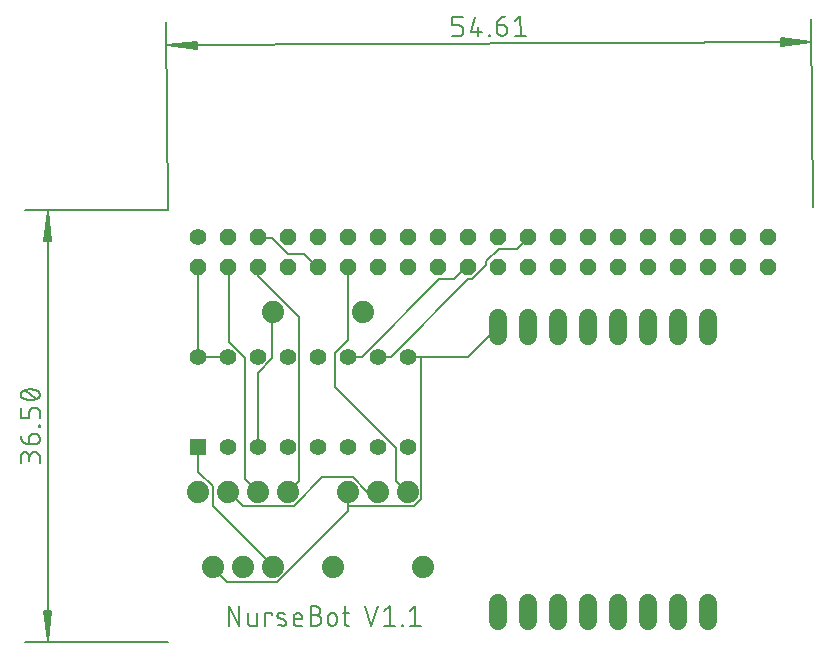
<source format=gbr>
G04 EAGLE Gerber RS-274X export*
G75*
%MOMM*%
%FSLAX34Y34*%
%LPD*%
%INTop Copper*%
%IPPOS*%
%AMOC8*
5,1,8,0,0,1.08239X$1,22.5*%
G01*
%ADD10C,0.130000*%
%ADD11C,0.152400*%
%ADD12C,1.524000*%
%ADD13C,1.879600*%
%ADD14C,1.422400*%
%ADD15P,1.539592X8X22.500000*%
%ADD16R,1.408000X1.408000*%
%ADD17C,1.408000*%


D10*
X0Y1000000D02*
X-962Y1159195D01*
X545138Y1162495D02*
X546100Y1003300D01*
X544606Y1142991D02*
X-194Y1139699D01*
X25136Y1143044D01*
X25175Y1136660D01*
X-194Y1139699D01*
X25148Y1141152D01*
X25163Y1138552D02*
X-194Y1139699D01*
X25140Y1142452D01*
X25171Y1137252D02*
X-194Y1139699D01*
X519237Y1146030D02*
X544606Y1142991D01*
X519237Y1146030D02*
X519276Y1139645D01*
X544606Y1142991D01*
X519248Y1144138D01*
X519264Y1141538D02*
X544606Y1142991D01*
X519241Y1145438D01*
X519272Y1140238D02*
X544606Y1142991D01*
D11*
X246526Y1147703D02*
X241108Y1147665D01*
X246526Y1147703D02*
X246644Y1147706D01*
X246762Y1147712D01*
X246880Y1147723D01*
X246997Y1147737D01*
X247114Y1147755D01*
X247230Y1147777D01*
X247346Y1147803D01*
X247460Y1147833D01*
X247574Y1147866D01*
X247686Y1147903D01*
X247797Y1147943D01*
X247907Y1147988D01*
X248015Y1148035D01*
X248121Y1148087D01*
X248226Y1148141D01*
X248329Y1148200D01*
X248430Y1148261D01*
X248529Y1148326D01*
X248625Y1148394D01*
X248720Y1148465D01*
X248812Y1148539D01*
X248901Y1148616D01*
X248988Y1148696D01*
X249073Y1148779D01*
X249154Y1148864D01*
X249233Y1148952D01*
X249309Y1149043D01*
X249382Y1149136D01*
X249452Y1149232D01*
X249518Y1149329D01*
X249582Y1149429D01*
X249642Y1149531D01*
X249698Y1149635D01*
X249752Y1149740D01*
X249801Y1149847D01*
X249848Y1149956D01*
X249890Y1150066D01*
X249929Y1150178D01*
X249965Y1150291D01*
X249996Y1150405D01*
X250024Y1150519D01*
X250048Y1150635D01*
X250069Y1150752D01*
X250085Y1150869D01*
X250098Y1150986D01*
X250107Y1151104D01*
X250112Y1151222D01*
X250113Y1151340D01*
X250101Y1153146D01*
X250100Y1153146D02*
X250097Y1153264D01*
X250091Y1153382D01*
X250080Y1153500D01*
X250066Y1153617D01*
X250048Y1153734D01*
X250026Y1153850D01*
X250000Y1153966D01*
X249970Y1154080D01*
X249937Y1154194D01*
X249900Y1154306D01*
X249860Y1154417D01*
X249815Y1154527D01*
X249768Y1154635D01*
X249716Y1154741D01*
X249662Y1154846D01*
X249603Y1154949D01*
X249542Y1155050D01*
X249477Y1155149D01*
X249409Y1155245D01*
X249338Y1155340D01*
X249264Y1155432D01*
X249187Y1155521D01*
X249107Y1155608D01*
X249024Y1155693D01*
X248939Y1155774D01*
X248851Y1155853D01*
X248760Y1155929D01*
X248667Y1156002D01*
X248571Y1156072D01*
X248474Y1156138D01*
X248374Y1156202D01*
X248272Y1156262D01*
X248168Y1156318D01*
X248063Y1156372D01*
X247956Y1156421D01*
X247847Y1156468D01*
X247737Y1156510D01*
X247625Y1156549D01*
X247512Y1156585D01*
X247398Y1156616D01*
X247284Y1156644D01*
X247168Y1156668D01*
X247051Y1156689D01*
X246934Y1156705D01*
X246817Y1156718D01*
X246699Y1156727D01*
X246581Y1156732D01*
X246463Y1156733D01*
X241045Y1156696D01*
X240994Y1163920D01*
X250025Y1163983D01*
X260237Y1164055D02*
X256713Y1151386D01*
X265744Y1151449D01*
X263010Y1155043D02*
X263060Y1147818D01*
X271744Y1147879D02*
X271738Y1148782D01*
X272641Y1148788D01*
X272647Y1147885D01*
X271744Y1147879D01*
X278558Y1156957D02*
X283977Y1156995D01*
X284095Y1156994D01*
X284213Y1156989D01*
X284331Y1156980D01*
X284448Y1156967D01*
X284565Y1156951D01*
X284682Y1156930D01*
X284798Y1156906D01*
X284912Y1156878D01*
X285026Y1156847D01*
X285139Y1156811D01*
X285251Y1156772D01*
X285361Y1156730D01*
X285470Y1156683D01*
X285577Y1156634D01*
X285682Y1156580D01*
X285786Y1156524D01*
X285888Y1156464D01*
X285988Y1156400D01*
X286085Y1156334D01*
X286181Y1156264D01*
X286274Y1156191D01*
X286365Y1156115D01*
X286453Y1156036D01*
X286538Y1155955D01*
X286621Y1155870D01*
X286701Y1155783D01*
X286778Y1155694D01*
X286852Y1155602D01*
X286923Y1155507D01*
X286991Y1155411D01*
X287056Y1155312D01*
X287117Y1155211D01*
X287176Y1155108D01*
X287230Y1155003D01*
X287282Y1154897D01*
X287329Y1154789D01*
X287374Y1154679D01*
X287414Y1154568D01*
X287451Y1154456D01*
X287484Y1154342D01*
X287514Y1154228D01*
X287540Y1154112D01*
X287562Y1153996D01*
X287580Y1153879D01*
X287594Y1153762D01*
X287605Y1153644D01*
X287611Y1153526D01*
X287614Y1153408D01*
X287615Y1153408D02*
X287621Y1152505D01*
X287621Y1152506D02*
X287620Y1152373D01*
X287615Y1152240D01*
X287606Y1152108D01*
X287593Y1151976D01*
X287577Y1151845D01*
X287557Y1151714D01*
X287532Y1151583D01*
X287504Y1151454D01*
X287472Y1151325D01*
X287437Y1151197D01*
X287397Y1151071D01*
X287354Y1150945D01*
X287308Y1150821D01*
X287257Y1150699D01*
X287203Y1150577D01*
X287146Y1150458D01*
X287085Y1150340D01*
X287021Y1150224D01*
X286953Y1150110D01*
X286882Y1149998D01*
X286808Y1149888D01*
X286730Y1149781D01*
X286649Y1149676D01*
X286566Y1149573D01*
X286479Y1149472D01*
X286390Y1149375D01*
X286297Y1149280D01*
X286202Y1149187D01*
X286104Y1149098D01*
X286004Y1149011D01*
X285901Y1148928D01*
X285796Y1148847D01*
X285688Y1148770D01*
X285578Y1148695D01*
X285466Y1148624D01*
X285352Y1148557D01*
X285236Y1148492D01*
X285118Y1148432D01*
X284999Y1148374D01*
X284878Y1148320D01*
X284755Y1148270D01*
X284631Y1148224D01*
X284505Y1148181D01*
X284379Y1148141D01*
X284251Y1148106D01*
X284122Y1148074D01*
X283993Y1148046D01*
X283862Y1148022D01*
X283731Y1148002D01*
X283600Y1147985D01*
X283468Y1147973D01*
X283335Y1147964D01*
X283203Y1147959D01*
X283070Y1147958D01*
X282938Y1147961D01*
X282805Y1147968D01*
X282673Y1147979D01*
X282541Y1147993D01*
X282410Y1148012D01*
X282279Y1148034D01*
X282149Y1148060D01*
X282020Y1148090D01*
X281892Y1148124D01*
X281765Y1148161D01*
X281639Y1148203D01*
X281514Y1148248D01*
X281391Y1148296D01*
X281269Y1148348D01*
X281148Y1148404D01*
X281030Y1148463D01*
X280913Y1148526D01*
X280798Y1148592D01*
X280685Y1148661D01*
X280574Y1148734D01*
X280465Y1148810D01*
X280359Y1148889D01*
X280255Y1148971D01*
X280153Y1149056D01*
X280054Y1149144D01*
X279958Y1149235D01*
X279864Y1149329D01*
X279773Y1149426D01*
X279685Y1149525D01*
X279600Y1149626D01*
X279518Y1149731D01*
X279439Y1149837D01*
X279363Y1149946D01*
X279290Y1150057D01*
X279221Y1150170D01*
X279155Y1150285D01*
X279093Y1150402D01*
X279033Y1150520D01*
X278978Y1150641D01*
X278926Y1150763D01*
X278877Y1150886D01*
X278833Y1151011D01*
X278791Y1151137D01*
X278754Y1151264D01*
X278720Y1151392D01*
X278691Y1151522D01*
X278665Y1151652D01*
X278642Y1151782D01*
X278624Y1151914D01*
X278609Y1152045D01*
X278599Y1152178D01*
X278592Y1152310D01*
X278589Y1152442D01*
X278590Y1152442D02*
X278558Y1156957D01*
X278558Y1156958D02*
X278559Y1157135D01*
X278564Y1157312D01*
X278574Y1157489D01*
X278588Y1157666D01*
X278606Y1157842D01*
X278629Y1158018D01*
X278656Y1158193D01*
X278687Y1158368D01*
X278723Y1158542D01*
X278762Y1158715D01*
X278806Y1158886D01*
X278855Y1159057D01*
X278907Y1159226D01*
X278964Y1159394D01*
X279024Y1159561D01*
X279089Y1159726D01*
X279158Y1159890D01*
X279230Y1160051D01*
X279307Y1160211D01*
X279387Y1160369D01*
X279472Y1160525D01*
X279560Y1160679D01*
X279652Y1160831D01*
X279748Y1160980D01*
X279847Y1161127D01*
X279950Y1161271D01*
X280056Y1161413D01*
X280166Y1161552D01*
X280279Y1161689D01*
X280396Y1161823D01*
X280516Y1161953D01*
X280639Y1162081D01*
X280765Y1162206D01*
X280894Y1162327D01*
X281026Y1162446D01*
X281161Y1162561D01*
X281298Y1162673D01*
X281439Y1162781D01*
X281582Y1162886D01*
X281727Y1162987D01*
X281875Y1163085D01*
X282025Y1163179D01*
X282178Y1163269D01*
X282333Y1163356D01*
X282490Y1163439D01*
X282648Y1163518D01*
X282809Y1163593D01*
X282972Y1163664D01*
X283136Y1163731D01*
X283301Y1163793D01*
X283469Y1163852D01*
X283637Y1163907D01*
X283807Y1163958D01*
X283979Y1164004D01*
X284151Y1164046D01*
X284324Y1164084D01*
X284498Y1164118D01*
X284673Y1164147D01*
X284848Y1164172D01*
X285025Y1164193D01*
X285201Y1164210D01*
X285378Y1164222D01*
X285555Y1164229D01*
X285732Y1164233D01*
X294164Y1160679D02*
X298654Y1164323D01*
X298768Y1148067D01*
X303283Y1148099D02*
X294252Y1148036D01*
D10*
X0Y1000000D02*
X-121100Y1000000D01*
X-121100Y635000D02*
X0Y635000D01*
X-101600Y635650D02*
X-101600Y999350D01*
X-104792Y974000D01*
X-98408Y974000D01*
X-101600Y999350D01*
X-102900Y974000D01*
X-100300Y974000D02*
X-101600Y999350D01*
X-104200Y974000D01*
X-99000Y974000D02*
X-101600Y999350D01*
X-104792Y661000D02*
X-101600Y635650D01*
X-104792Y661000D02*
X-98408Y661000D01*
X-101600Y635650D01*
X-102900Y661000D01*
X-100300Y661000D02*
X-101600Y635650D01*
X-104200Y661000D01*
X-99000Y661000D02*
X-101600Y635650D01*
D11*
X-108107Y786441D02*
X-108107Y790957D01*
X-108109Y791090D01*
X-108115Y791222D01*
X-108125Y791354D01*
X-108138Y791486D01*
X-108156Y791618D01*
X-108177Y791748D01*
X-108202Y791879D01*
X-108231Y792008D01*
X-108264Y792136D01*
X-108300Y792264D01*
X-108340Y792390D01*
X-108384Y792515D01*
X-108432Y792639D01*
X-108483Y792761D01*
X-108538Y792882D01*
X-108596Y793001D01*
X-108658Y793119D01*
X-108723Y793234D01*
X-108792Y793348D01*
X-108863Y793459D01*
X-108939Y793568D01*
X-109017Y793675D01*
X-109098Y793780D01*
X-109183Y793882D01*
X-109270Y793982D01*
X-109360Y794079D01*
X-109453Y794174D01*
X-109549Y794265D01*
X-109647Y794354D01*
X-109748Y794440D01*
X-109852Y794523D01*
X-109958Y794603D01*
X-110066Y794679D01*
X-110176Y794753D01*
X-110289Y794823D01*
X-110403Y794890D01*
X-110520Y794953D01*
X-110638Y795013D01*
X-110758Y795070D01*
X-110880Y795123D01*
X-111003Y795172D01*
X-111127Y795218D01*
X-111253Y795260D01*
X-111380Y795298D01*
X-111508Y795333D01*
X-111637Y795364D01*
X-111766Y795391D01*
X-111897Y795414D01*
X-112028Y795434D01*
X-112160Y795449D01*
X-112292Y795461D01*
X-112424Y795469D01*
X-112557Y795473D01*
X-112689Y795473D01*
X-112822Y795469D01*
X-112954Y795461D01*
X-113086Y795449D01*
X-113218Y795434D01*
X-113349Y795414D01*
X-113480Y795391D01*
X-113609Y795364D01*
X-113738Y795333D01*
X-113866Y795298D01*
X-113993Y795260D01*
X-114119Y795218D01*
X-114243Y795172D01*
X-114366Y795123D01*
X-114488Y795070D01*
X-114608Y795013D01*
X-114726Y794953D01*
X-114843Y794890D01*
X-114957Y794823D01*
X-115070Y794753D01*
X-115180Y794679D01*
X-115288Y794603D01*
X-115394Y794523D01*
X-115498Y794440D01*
X-115599Y794354D01*
X-115697Y794265D01*
X-115793Y794174D01*
X-115886Y794079D01*
X-115976Y793982D01*
X-116063Y793882D01*
X-116148Y793780D01*
X-116229Y793675D01*
X-116307Y793568D01*
X-116383Y793459D01*
X-116454Y793348D01*
X-116523Y793234D01*
X-116588Y793119D01*
X-116650Y793001D01*
X-116708Y792882D01*
X-116763Y792761D01*
X-116814Y792639D01*
X-116862Y792515D01*
X-116906Y792390D01*
X-116946Y792264D01*
X-116982Y792136D01*
X-117015Y792008D01*
X-117044Y791879D01*
X-117069Y791748D01*
X-117090Y791618D01*
X-117108Y791486D01*
X-117121Y791354D01*
X-117131Y791222D01*
X-117137Y791090D01*
X-117139Y790957D01*
X-124363Y791860D02*
X-124363Y786441D01*
X-124363Y791860D02*
X-124361Y791979D01*
X-124355Y792099D01*
X-124345Y792218D01*
X-124331Y792336D01*
X-124314Y792455D01*
X-124292Y792572D01*
X-124267Y792689D01*
X-124237Y792804D01*
X-124204Y792919D01*
X-124167Y793033D01*
X-124127Y793145D01*
X-124082Y793256D01*
X-124034Y793365D01*
X-123983Y793473D01*
X-123928Y793579D01*
X-123869Y793683D01*
X-123807Y793785D01*
X-123742Y793885D01*
X-123673Y793983D01*
X-123601Y794079D01*
X-123526Y794172D01*
X-123449Y794262D01*
X-123368Y794350D01*
X-123284Y794435D01*
X-123197Y794517D01*
X-123108Y794597D01*
X-123016Y794673D01*
X-122922Y794747D01*
X-122825Y794817D01*
X-122727Y794884D01*
X-122626Y794948D01*
X-122522Y795008D01*
X-122417Y795065D01*
X-122310Y795118D01*
X-122202Y795168D01*
X-122092Y795214D01*
X-121980Y795256D01*
X-121867Y795295D01*
X-121753Y795330D01*
X-121638Y795361D01*
X-121521Y795389D01*
X-121404Y795412D01*
X-121287Y795432D01*
X-121168Y795448D01*
X-121049Y795460D01*
X-120930Y795468D01*
X-120811Y795472D01*
X-120691Y795472D01*
X-120572Y795468D01*
X-120453Y795460D01*
X-120334Y795448D01*
X-120215Y795432D01*
X-120098Y795412D01*
X-119981Y795389D01*
X-119864Y795361D01*
X-119749Y795330D01*
X-119635Y795295D01*
X-119522Y795256D01*
X-119410Y795214D01*
X-119300Y795168D01*
X-119192Y795118D01*
X-119085Y795065D01*
X-118980Y795008D01*
X-118876Y794948D01*
X-118775Y794884D01*
X-118677Y794817D01*
X-118580Y794747D01*
X-118486Y794673D01*
X-118394Y794597D01*
X-118305Y794517D01*
X-118218Y794435D01*
X-118134Y794350D01*
X-118053Y794262D01*
X-117976Y794172D01*
X-117901Y794079D01*
X-117829Y793983D01*
X-117760Y793885D01*
X-117695Y793785D01*
X-117633Y793683D01*
X-117574Y793579D01*
X-117519Y793473D01*
X-117468Y793365D01*
X-117420Y793256D01*
X-117375Y793145D01*
X-117335Y793033D01*
X-117298Y792919D01*
X-117265Y792804D01*
X-117235Y792689D01*
X-117210Y792572D01*
X-117188Y792455D01*
X-117171Y792336D01*
X-117157Y792218D01*
X-117147Y792099D01*
X-117141Y791979D01*
X-117139Y791860D01*
X-117138Y791860D02*
X-117138Y788248D01*
X-117138Y802073D02*
X-117138Y807491D01*
X-117136Y807609D01*
X-117130Y807727D01*
X-117121Y807845D01*
X-117107Y807962D01*
X-117090Y808079D01*
X-117069Y808196D01*
X-117044Y808311D01*
X-117015Y808426D01*
X-116982Y808540D01*
X-116946Y808652D01*
X-116906Y808763D01*
X-116863Y808873D01*
X-116816Y808982D01*
X-116766Y809089D01*
X-116711Y809194D01*
X-116654Y809297D01*
X-116593Y809398D01*
X-116529Y809498D01*
X-116462Y809595D01*
X-116392Y809690D01*
X-116318Y809782D01*
X-116242Y809873D01*
X-116162Y809960D01*
X-116080Y810045D01*
X-115995Y810127D01*
X-115908Y810207D01*
X-115817Y810283D01*
X-115725Y810357D01*
X-115630Y810427D01*
X-115533Y810494D01*
X-115433Y810558D01*
X-115332Y810619D01*
X-115229Y810676D01*
X-115124Y810731D01*
X-115017Y810781D01*
X-114908Y810828D01*
X-114798Y810871D01*
X-114687Y810911D01*
X-114575Y810947D01*
X-114461Y810980D01*
X-114346Y811009D01*
X-114231Y811034D01*
X-114114Y811055D01*
X-113997Y811072D01*
X-113880Y811086D01*
X-113762Y811095D01*
X-113644Y811101D01*
X-113526Y811103D01*
X-113526Y811104D02*
X-112623Y811104D01*
X-112490Y811102D01*
X-112358Y811096D01*
X-112226Y811086D01*
X-112094Y811073D01*
X-111962Y811055D01*
X-111832Y811034D01*
X-111701Y811009D01*
X-111572Y810980D01*
X-111444Y810947D01*
X-111316Y810911D01*
X-111190Y810871D01*
X-111065Y810827D01*
X-110941Y810779D01*
X-110819Y810728D01*
X-110698Y810673D01*
X-110579Y810615D01*
X-110461Y810553D01*
X-110346Y810488D01*
X-110232Y810419D01*
X-110121Y810348D01*
X-110012Y810272D01*
X-109905Y810194D01*
X-109800Y810113D01*
X-109698Y810028D01*
X-109598Y809941D01*
X-109501Y809851D01*
X-109406Y809758D01*
X-109315Y809662D01*
X-109226Y809564D01*
X-109140Y809463D01*
X-109057Y809359D01*
X-108977Y809253D01*
X-108901Y809145D01*
X-108827Y809035D01*
X-108757Y808922D01*
X-108690Y808808D01*
X-108627Y808691D01*
X-108567Y808573D01*
X-108510Y808453D01*
X-108457Y808331D01*
X-108408Y808208D01*
X-108362Y808084D01*
X-108320Y807958D01*
X-108282Y807831D01*
X-108247Y807703D01*
X-108216Y807574D01*
X-108189Y807445D01*
X-108166Y807314D01*
X-108146Y807183D01*
X-108131Y807051D01*
X-108119Y806919D01*
X-108111Y806787D01*
X-108107Y806654D01*
X-108107Y806522D01*
X-108111Y806389D01*
X-108119Y806257D01*
X-108131Y806125D01*
X-108146Y805993D01*
X-108166Y805862D01*
X-108189Y805731D01*
X-108216Y805602D01*
X-108247Y805473D01*
X-108282Y805345D01*
X-108320Y805218D01*
X-108362Y805092D01*
X-108408Y804968D01*
X-108457Y804845D01*
X-108510Y804723D01*
X-108567Y804603D01*
X-108627Y804485D01*
X-108690Y804368D01*
X-108757Y804254D01*
X-108827Y804141D01*
X-108901Y804031D01*
X-108977Y803923D01*
X-109057Y803817D01*
X-109140Y803713D01*
X-109226Y803612D01*
X-109315Y803514D01*
X-109406Y803418D01*
X-109501Y803325D01*
X-109598Y803235D01*
X-109698Y803148D01*
X-109800Y803063D01*
X-109905Y802982D01*
X-110012Y802904D01*
X-110121Y802828D01*
X-110232Y802757D01*
X-110346Y802688D01*
X-110461Y802623D01*
X-110579Y802561D01*
X-110698Y802503D01*
X-110819Y802448D01*
X-110941Y802397D01*
X-111065Y802349D01*
X-111190Y802305D01*
X-111316Y802265D01*
X-111444Y802229D01*
X-111572Y802196D01*
X-111701Y802167D01*
X-111832Y802142D01*
X-111962Y802121D01*
X-112094Y802103D01*
X-112226Y802090D01*
X-112358Y802080D01*
X-112490Y802074D01*
X-112623Y802072D01*
X-112623Y802073D02*
X-117138Y802073D01*
X-117138Y802072D02*
X-117313Y802074D01*
X-117487Y802080D01*
X-117661Y802091D01*
X-117835Y802106D01*
X-118009Y802125D01*
X-118182Y802148D01*
X-118354Y802175D01*
X-118526Y802207D01*
X-118697Y802242D01*
X-118867Y802282D01*
X-119036Y802326D01*
X-119204Y802374D01*
X-119371Y802426D01*
X-119536Y802482D01*
X-119700Y802542D01*
X-119863Y802605D01*
X-120023Y802673D01*
X-120183Y802745D01*
X-120340Y802820D01*
X-120496Y802900D01*
X-120649Y802983D01*
X-120801Y803069D01*
X-120950Y803160D01*
X-121097Y803254D01*
X-121242Y803351D01*
X-121385Y803452D01*
X-121525Y803556D01*
X-121662Y803664D01*
X-121797Y803775D01*
X-121929Y803889D01*
X-122058Y804006D01*
X-122185Y804127D01*
X-122308Y804250D01*
X-122429Y804377D01*
X-122546Y804506D01*
X-122660Y804638D01*
X-122771Y804773D01*
X-122879Y804910D01*
X-122983Y805050D01*
X-123084Y805193D01*
X-123181Y805338D01*
X-123275Y805485D01*
X-123366Y805634D01*
X-123452Y805786D01*
X-123535Y805939D01*
X-123615Y806095D01*
X-123690Y806252D01*
X-123762Y806412D01*
X-123830Y806572D01*
X-123893Y806735D01*
X-123953Y806899D01*
X-124009Y807064D01*
X-124061Y807231D01*
X-124109Y807399D01*
X-124153Y807568D01*
X-124193Y807738D01*
X-124228Y807909D01*
X-124260Y808081D01*
X-124287Y808253D01*
X-124310Y808426D01*
X-124329Y808600D01*
X-124344Y808774D01*
X-124355Y808948D01*
X-124361Y809122D01*
X-124363Y809297D01*
X-109010Y817078D02*
X-108107Y817078D01*
X-109010Y817078D02*
X-109010Y817981D01*
X-108107Y817981D01*
X-108107Y817078D01*
X-108107Y823956D02*
X-108107Y829375D01*
X-108109Y829493D01*
X-108115Y829611D01*
X-108124Y829729D01*
X-108138Y829846D01*
X-108155Y829963D01*
X-108176Y830080D01*
X-108201Y830195D01*
X-108230Y830310D01*
X-108263Y830424D01*
X-108299Y830536D01*
X-108339Y830647D01*
X-108382Y830757D01*
X-108429Y830866D01*
X-108479Y830973D01*
X-108534Y831078D01*
X-108591Y831181D01*
X-108652Y831282D01*
X-108716Y831382D01*
X-108783Y831479D01*
X-108853Y831574D01*
X-108927Y831666D01*
X-109003Y831757D01*
X-109083Y831844D01*
X-109165Y831929D01*
X-109250Y832011D01*
X-109337Y832091D01*
X-109428Y832167D01*
X-109520Y832241D01*
X-109615Y832311D01*
X-109712Y832378D01*
X-109812Y832442D01*
X-109913Y832503D01*
X-110016Y832560D01*
X-110121Y832615D01*
X-110228Y832665D01*
X-110337Y832712D01*
X-110447Y832755D01*
X-110558Y832795D01*
X-110670Y832831D01*
X-110784Y832864D01*
X-110899Y832893D01*
X-111014Y832918D01*
X-111131Y832939D01*
X-111248Y832956D01*
X-111365Y832970D01*
X-111483Y832979D01*
X-111601Y832985D01*
X-111719Y832987D01*
X-113526Y832987D01*
X-113644Y832985D01*
X-113762Y832979D01*
X-113880Y832970D01*
X-113997Y832956D01*
X-114114Y832939D01*
X-114231Y832918D01*
X-114346Y832893D01*
X-114461Y832864D01*
X-114575Y832831D01*
X-114687Y832795D01*
X-114798Y832755D01*
X-114908Y832712D01*
X-115017Y832665D01*
X-115124Y832615D01*
X-115229Y832560D01*
X-115332Y832503D01*
X-115433Y832442D01*
X-115533Y832378D01*
X-115630Y832311D01*
X-115725Y832241D01*
X-115817Y832167D01*
X-115908Y832091D01*
X-115995Y832011D01*
X-116080Y831929D01*
X-116162Y831844D01*
X-116242Y831757D01*
X-116318Y831666D01*
X-116392Y831574D01*
X-116462Y831479D01*
X-116529Y831382D01*
X-116593Y831282D01*
X-116654Y831181D01*
X-116711Y831078D01*
X-116766Y830973D01*
X-116816Y830866D01*
X-116863Y830757D01*
X-116906Y830647D01*
X-116946Y830536D01*
X-116982Y830424D01*
X-117015Y830310D01*
X-117044Y830195D01*
X-117069Y830080D01*
X-117090Y829963D01*
X-117107Y829846D01*
X-117121Y829729D01*
X-117130Y829611D01*
X-117136Y829493D01*
X-117138Y829375D01*
X-117138Y823956D01*
X-124363Y823956D01*
X-124363Y832987D01*
X-122105Y840943D02*
X-121816Y840806D01*
X-121524Y840676D01*
X-121228Y840553D01*
X-120930Y840438D01*
X-120629Y840329D01*
X-120326Y840228D01*
X-120020Y840134D01*
X-119713Y840047D01*
X-119403Y839968D01*
X-119091Y839896D01*
X-118778Y839832D01*
X-118463Y839775D01*
X-118147Y839725D01*
X-117830Y839683D01*
X-117512Y839649D01*
X-117194Y839622D01*
X-116874Y839603D01*
X-116555Y839592D01*
X-116235Y839588D01*
X-122106Y840942D02*
X-122214Y840981D01*
X-122321Y841024D01*
X-122426Y841070D01*
X-122530Y841121D01*
X-122632Y841174D01*
X-122732Y841231D01*
X-122830Y841292D01*
X-122925Y841356D01*
X-123019Y841423D01*
X-123110Y841494D01*
X-123199Y841567D01*
X-123285Y841644D01*
X-123368Y841723D01*
X-123449Y841805D01*
X-123527Y841890D01*
X-123601Y841978D01*
X-123673Y842068D01*
X-123741Y842160D01*
X-123807Y842255D01*
X-123869Y842352D01*
X-123927Y842451D01*
X-123983Y842553D01*
X-124034Y842655D01*
X-124082Y842760D01*
X-124127Y842866D01*
X-124168Y842974D01*
X-124205Y843083D01*
X-124238Y843193D01*
X-124267Y843305D01*
X-124293Y843417D01*
X-124315Y843530D01*
X-124332Y843644D01*
X-124346Y843758D01*
X-124356Y843873D01*
X-124362Y843988D01*
X-124364Y844103D01*
X-124363Y844103D02*
X-124361Y844218D01*
X-124355Y844333D01*
X-124345Y844448D01*
X-124331Y844562D01*
X-124314Y844676D01*
X-124292Y844789D01*
X-124266Y844901D01*
X-124237Y845013D01*
X-124204Y845123D01*
X-124167Y845232D01*
X-124126Y845340D01*
X-124081Y845446D01*
X-124033Y845551D01*
X-123982Y845653D01*
X-123926Y845754D01*
X-123868Y845854D01*
X-123806Y845951D01*
X-123741Y846045D01*
X-123672Y846138D01*
X-123600Y846228D01*
X-123526Y846316D01*
X-123448Y846401D01*
X-123367Y846483D01*
X-123284Y846562D01*
X-123198Y846639D01*
X-123109Y846712D01*
X-123018Y846783D01*
X-122924Y846850D01*
X-122829Y846914D01*
X-122731Y846975D01*
X-122631Y847032D01*
X-122529Y847085D01*
X-122425Y847136D01*
X-122320Y847182D01*
X-122213Y847225D01*
X-122105Y847264D01*
X-122105Y847263D02*
X-121816Y847400D01*
X-121524Y847530D01*
X-121228Y847653D01*
X-120930Y847768D01*
X-120629Y847877D01*
X-120326Y847978D01*
X-120020Y848072D01*
X-119713Y848159D01*
X-119403Y848238D01*
X-119091Y848310D01*
X-118778Y848374D01*
X-118463Y848431D01*
X-118147Y848481D01*
X-117830Y848523D01*
X-117512Y848557D01*
X-117194Y848584D01*
X-116874Y848603D01*
X-116555Y848614D01*
X-116235Y848618D01*
X-116235Y839588D02*
X-115915Y839592D01*
X-115596Y839603D01*
X-115276Y839622D01*
X-114958Y839649D01*
X-114640Y839683D01*
X-114323Y839725D01*
X-114007Y839775D01*
X-113692Y839832D01*
X-113379Y839896D01*
X-113067Y839968D01*
X-112757Y840047D01*
X-112450Y840134D01*
X-112144Y840228D01*
X-111841Y840329D01*
X-111540Y840438D01*
X-111242Y840553D01*
X-110946Y840676D01*
X-110654Y840806D01*
X-110365Y840943D01*
X-110365Y840942D02*
X-110257Y840981D01*
X-110150Y841024D01*
X-110045Y841070D01*
X-109941Y841121D01*
X-109839Y841174D01*
X-109739Y841231D01*
X-109641Y841292D01*
X-109546Y841356D01*
X-109452Y841423D01*
X-109361Y841494D01*
X-109272Y841567D01*
X-109186Y841644D01*
X-109103Y841723D01*
X-109022Y841805D01*
X-108944Y841890D01*
X-108870Y841978D01*
X-108798Y842068D01*
X-108729Y842161D01*
X-108664Y842255D01*
X-108602Y842352D01*
X-108544Y842452D01*
X-108488Y842553D01*
X-108437Y842655D01*
X-108389Y842760D01*
X-108344Y842866D01*
X-108303Y842974D01*
X-108266Y843083D01*
X-108233Y843193D01*
X-108204Y843305D01*
X-108178Y843417D01*
X-108156Y843530D01*
X-108139Y843644D01*
X-108125Y843758D01*
X-108115Y843873D01*
X-108109Y843988D01*
X-108107Y844103D01*
X-110365Y847263D02*
X-110654Y847400D01*
X-110946Y847530D01*
X-111242Y847653D01*
X-111540Y847768D01*
X-111841Y847877D01*
X-112144Y847978D01*
X-112450Y848072D01*
X-112757Y848159D01*
X-113067Y848238D01*
X-113379Y848310D01*
X-113692Y848374D01*
X-114007Y848431D01*
X-114323Y848481D01*
X-114640Y848523D01*
X-114958Y848557D01*
X-115276Y848584D01*
X-115596Y848603D01*
X-115915Y848614D01*
X-116235Y848618D01*
X-110365Y847264D02*
X-110257Y847225D01*
X-110150Y847182D01*
X-110045Y847136D01*
X-109941Y847085D01*
X-109839Y847032D01*
X-109739Y846975D01*
X-109641Y846914D01*
X-109546Y846850D01*
X-109452Y846783D01*
X-109361Y846712D01*
X-109272Y846639D01*
X-109186Y846562D01*
X-109103Y846483D01*
X-109022Y846401D01*
X-108944Y846316D01*
X-108870Y846228D01*
X-108798Y846138D01*
X-108729Y846045D01*
X-108664Y845951D01*
X-108602Y845854D01*
X-108544Y845754D01*
X-108488Y845653D01*
X-108437Y845550D01*
X-108389Y845446D01*
X-108344Y845340D01*
X-108303Y845232D01*
X-108266Y845123D01*
X-108233Y845013D01*
X-108204Y844901D01*
X-108178Y844789D01*
X-108156Y844676D01*
X-108139Y844562D01*
X-108125Y844448D01*
X-108115Y844333D01*
X-108109Y844218D01*
X-108107Y844103D01*
X-111719Y840491D02*
X-120751Y847715D01*
X51562Y664718D02*
X51562Y648462D01*
X60593Y648462D02*
X51562Y664718D01*
X60593Y664718D02*
X60593Y648462D01*
X68096Y651171D02*
X68096Y659299D01*
X68097Y651171D02*
X68099Y651070D01*
X68105Y650969D01*
X68114Y650868D01*
X68127Y650767D01*
X68144Y650667D01*
X68165Y650568D01*
X68189Y650470D01*
X68217Y650373D01*
X68249Y650276D01*
X68284Y650181D01*
X68323Y650088D01*
X68365Y649996D01*
X68411Y649905D01*
X68460Y649817D01*
X68512Y649730D01*
X68568Y649645D01*
X68626Y649562D01*
X68688Y649482D01*
X68753Y649404D01*
X68820Y649328D01*
X68890Y649255D01*
X68963Y649185D01*
X69039Y649118D01*
X69117Y649053D01*
X69197Y648991D01*
X69280Y648933D01*
X69365Y648877D01*
X69452Y648825D01*
X69540Y648776D01*
X69631Y648730D01*
X69723Y648688D01*
X69816Y648649D01*
X69911Y648614D01*
X70008Y648582D01*
X70105Y648554D01*
X70203Y648530D01*
X70302Y648509D01*
X70402Y648492D01*
X70503Y648479D01*
X70604Y648470D01*
X70705Y648464D01*
X70806Y648462D01*
X75321Y648462D01*
X75321Y659299D01*
X82770Y659299D02*
X82770Y648462D01*
X82770Y659299D02*
X88189Y659299D01*
X88189Y657493D01*
X94461Y654784D02*
X98976Y652978D01*
X94461Y654784D02*
X94373Y654821D01*
X94287Y654862D01*
X94202Y654906D01*
X94119Y654954D01*
X94039Y655005D01*
X93960Y655059D01*
X93884Y655117D01*
X93810Y655177D01*
X93738Y655241D01*
X93670Y655307D01*
X93604Y655377D01*
X93541Y655448D01*
X93480Y655523D01*
X93423Y655599D01*
X93370Y655678D01*
X93319Y655759D01*
X93272Y655842D01*
X93228Y655927D01*
X93188Y656014D01*
X93151Y656102D01*
X93118Y656192D01*
X93088Y656283D01*
X93063Y656375D01*
X93041Y656468D01*
X93023Y656562D01*
X93008Y656656D01*
X92998Y656751D01*
X92992Y656847D01*
X92989Y656942D01*
X92990Y657038D01*
X92996Y657133D01*
X93005Y657229D01*
X93018Y657323D01*
X93034Y657417D01*
X93055Y657511D01*
X93080Y657603D01*
X93108Y657694D01*
X93140Y657784D01*
X93175Y657873D01*
X93214Y657960D01*
X93257Y658046D01*
X93303Y658130D01*
X93353Y658211D01*
X93405Y658291D01*
X93461Y658369D01*
X93521Y658444D01*
X93583Y658516D01*
X93648Y658586D01*
X93716Y658654D01*
X93786Y658718D01*
X93859Y658780D01*
X93935Y658838D01*
X94013Y658894D01*
X94093Y658946D01*
X94175Y658995D01*
X94259Y659040D01*
X94345Y659082D01*
X94432Y659121D01*
X94521Y659156D01*
X94612Y659187D01*
X94703Y659214D01*
X94796Y659238D01*
X94889Y659258D01*
X94983Y659274D01*
X95078Y659286D01*
X95173Y659295D01*
X95269Y659299D01*
X95364Y659300D01*
X95611Y659293D01*
X95857Y659281D01*
X96103Y659263D01*
X96349Y659238D01*
X96593Y659208D01*
X96837Y659172D01*
X97080Y659131D01*
X97322Y659083D01*
X97563Y659029D01*
X97802Y658970D01*
X98040Y658905D01*
X98276Y658834D01*
X98511Y658758D01*
X98744Y658676D01*
X98974Y658588D01*
X99202Y658495D01*
X99429Y658397D01*
X98977Y652977D02*
X99065Y652940D01*
X99151Y652899D01*
X99236Y652855D01*
X99319Y652807D01*
X99399Y652756D01*
X99478Y652702D01*
X99554Y652644D01*
X99628Y652584D01*
X99700Y652520D01*
X99768Y652454D01*
X99834Y652384D01*
X99897Y652313D01*
X99958Y652238D01*
X100015Y652162D01*
X100068Y652083D01*
X100119Y652002D01*
X100166Y651919D01*
X100210Y651834D01*
X100250Y651747D01*
X100287Y651659D01*
X100320Y651569D01*
X100350Y651478D01*
X100375Y651386D01*
X100397Y651293D01*
X100415Y651199D01*
X100430Y651105D01*
X100440Y651010D01*
X100446Y650914D01*
X100449Y650819D01*
X100448Y650723D01*
X100442Y650628D01*
X100433Y650532D01*
X100420Y650438D01*
X100404Y650344D01*
X100383Y650250D01*
X100358Y650158D01*
X100330Y650067D01*
X100298Y649977D01*
X100263Y649888D01*
X100224Y649801D01*
X100181Y649715D01*
X100135Y649631D01*
X100085Y649550D01*
X100033Y649470D01*
X99977Y649392D01*
X99917Y649317D01*
X99855Y649245D01*
X99790Y649175D01*
X99722Y649107D01*
X99652Y649043D01*
X99579Y648981D01*
X99503Y648923D01*
X99425Y648867D01*
X99345Y648815D01*
X99263Y648766D01*
X99179Y648721D01*
X99093Y648679D01*
X99006Y648640D01*
X98917Y648605D01*
X98826Y648574D01*
X98735Y648547D01*
X98642Y648523D01*
X98549Y648503D01*
X98455Y648487D01*
X98360Y648475D01*
X98265Y648466D01*
X98169Y648462D01*
X98074Y648461D01*
X98073Y648462D02*
X97711Y648471D01*
X97349Y648489D01*
X96988Y648516D01*
X96628Y648551D01*
X96268Y648594D01*
X95909Y648646D01*
X95552Y648707D01*
X95197Y648776D01*
X94843Y648853D01*
X94491Y648939D01*
X94141Y649033D01*
X93793Y649136D01*
X93448Y649246D01*
X93106Y649365D01*
X109363Y648462D02*
X113878Y648462D01*
X109363Y648462D02*
X109262Y648464D01*
X109161Y648470D01*
X109060Y648479D01*
X108959Y648492D01*
X108859Y648509D01*
X108760Y648530D01*
X108662Y648554D01*
X108565Y648582D01*
X108468Y648614D01*
X108373Y648649D01*
X108280Y648688D01*
X108188Y648730D01*
X108097Y648776D01*
X108009Y648825D01*
X107922Y648877D01*
X107837Y648933D01*
X107754Y648991D01*
X107674Y649053D01*
X107596Y649118D01*
X107520Y649185D01*
X107447Y649255D01*
X107377Y649328D01*
X107310Y649404D01*
X107245Y649482D01*
X107183Y649562D01*
X107125Y649645D01*
X107069Y649730D01*
X107017Y649817D01*
X106968Y649905D01*
X106922Y649996D01*
X106880Y650088D01*
X106841Y650181D01*
X106806Y650276D01*
X106774Y650373D01*
X106746Y650470D01*
X106722Y650568D01*
X106701Y650667D01*
X106684Y650767D01*
X106671Y650868D01*
X106662Y650969D01*
X106656Y651070D01*
X106654Y651171D01*
X106653Y651171D02*
X106653Y655687D01*
X106654Y655687D02*
X106656Y655806D01*
X106662Y655926D01*
X106672Y656045D01*
X106686Y656163D01*
X106703Y656282D01*
X106725Y656399D01*
X106750Y656516D01*
X106780Y656631D01*
X106813Y656746D01*
X106850Y656860D01*
X106890Y656972D01*
X106935Y657083D01*
X106983Y657192D01*
X107034Y657300D01*
X107089Y657406D01*
X107148Y657510D01*
X107210Y657612D01*
X107275Y657712D01*
X107344Y657810D01*
X107416Y657906D01*
X107491Y657999D01*
X107568Y658089D01*
X107649Y658177D01*
X107733Y658262D01*
X107820Y658344D01*
X107909Y658424D01*
X108001Y658500D01*
X108095Y658574D01*
X108192Y658644D01*
X108290Y658711D01*
X108391Y658775D01*
X108495Y658835D01*
X108600Y658892D01*
X108707Y658945D01*
X108815Y658995D01*
X108925Y659041D01*
X109037Y659083D01*
X109150Y659122D01*
X109264Y659157D01*
X109379Y659188D01*
X109496Y659216D01*
X109613Y659239D01*
X109730Y659259D01*
X109849Y659275D01*
X109968Y659287D01*
X110087Y659295D01*
X110206Y659299D01*
X110326Y659299D01*
X110445Y659295D01*
X110564Y659287D01*
X110683Y659275D01*
X110802Y659259D01*
X110919Y659239D01*
X111036Y659216D01*
X111153Y659188D01*
X111268Y659157D01*
X111382Y659122D01*
X111495Y659083D01*
X111607Y659041D01*
X111717Y658995D01*
X111825Y658945D01*
X111932Y658892D01*
X112037Y658835D01*
X112141Y658775D01*
X112242Y658711D01*
X112340Y658644D01*
X112437Y658574D01*
X112531Y658500D01*
X112623Y658424D01*
X112712Y658344D01*
X112799Y658262D01*
X112883Y658177D01*
X112964Y658089D01*
X113041Y657999D01*
X113116Y657906D01*
X113188Y657810D01*
X113257Y657712D01*
X113322Y657612D01*
X113384Y657510D01*
X113443Y657406D01*
X113498Y657300D01*
X113549Y657192D01*
X113597Y657083D01*
X113642Y656972D01*
X113682Y656860D01*
X113719Y656746D01*
X113752Y656631D01*
X113782Y656516D01*
X113807Y656399D01*
X113829Y656282D01*
X113846Y656163D01*
X113860Y656045D01*
X113870Y655926D01*
X113876Y655806D01*
X113878Y655687D01*
X113878Y653881D01*
X106653Y653881D01*
X121071Y657493D02*
X125587Y657493D01*
X125587Y657494D02*
X125720Y657492D01*
X125852Y657486D01*
X125984Y657476D01*
X126116Y657463D01*
X126248Y657445D01*
X126378Y657424D01*
X126509Y657399D01*
X126638Y657370D01*
X126766Y657337D01*
X126894Y657301D01*
X127020Y657261D01*
X127145Y657217D01*
X127269Y657169D01*
X127391Y657118D01*
X127512Y657063D01*
X127631Y657005D01*
X127749Y656943D01*
X127864Y656878D01*
X127978Y656809D01*
X128089Y656738D01*
X128198Y656662D01*
X128305Y656584D01*
X128410Y656503D01*
X128512Y656418D01*
X128612Y656331D01*
X128709Y656241D01*
X128804Y656148D01*
X128895Y656052D01*
X128984Y655954D01*
X129070Y655853D01*
X129153Y655749D01*
X129233Y655643D01*
X129309Y655535D01*
X129383Y655425D01*
X129453Y655312D01*
X129520Y655198D01*
X129583Y655081D01*
X129643Y654963D01*
X129700Y654843D01*
X129753Y654721D01*
X129802Y654598D01*
X129848Y654474D01*
X129890Y654348D01*
X129928Y654221D01*
X129963Y654093D01*
X129994Y653964D01*
X130021Y653835D01*
X130044Y653704D01*
X130064Y653573D01*
X130079Y653441D01*
X130091Y653309D01*
X130099Y653177D01*
X130103Y653044D01*
X130103Y652912D01*
X130099Y652779D01*
X130091Y652647D01*
X130079Y652515D01*
X130064Y652383D01*
X130044Y652252D01*
X130021Y652121D01*
X129994Y651992D01*
X129963Y651863D01*
X129928Y651735D01*
X129890Y651608D01*
X129848Y651482D01*
X129802Y651358D01*
X129753Y651235D01*
X129700Y651113D01*
X129643Y650993D01*
X129583Y650875D01*
X129520Y650758D01*
X129453Y650644D01*
X129383Y650531D01*
X129309Y650421D01*
X129233Y650313D01*
X129153Y650207D01*
X129070Y650103D01*
X128984Y650002D01*
X128895Y649904D01*
X128804Y649808D01*
X128709Y649715D01*
X128612Y649625D01*
X128512Y649538D01*
X128410Y649453D01*
X128305Y649372D01*
X128198Y649294D01*
X128089Y649218D01*
X127978Y649147D01*
X127864Y649078D01*
X127749Y649013D01*
X127631Y648951D01*
X127512Y648893D01*
X127391Y648838D01*
X127269Y648787D01*
X127145Y648739D01*
X127020Y648695D01*
X126894Y648655D01*
X126766Y648619D01*
X126638Y648586D01*
X126509Y648557D01*
X126378Y648532D01*
X126248Y648511D01*
X126116Y648493D01*
X125984Y648480D01*
X125852Y648470D01*
X125720Y648464D01*
X125587Y648462D01*
X121071Y648462D01*
X121071Y664718D01*
X125587Y664718D01*
X125706Y664716D01*
X125826Y664710D01*
X125945Y664700D01*
X126063Y664686D01*
X126182Y664669D01*
X126299Y664647D01*
X126416Y664622D01*
X126531Y664592D01*
X126646Y664559D01*
X126760Y664522D01*
X126872Y664482D01*
X126983Y664437D01*
X127092Y664389D01*
X127200Y664338D01*
X127306Y664283D01*
X127410Y664224D01*
X127512Y664162D01*
X127612Y664097D01*
X127710Y664028D01*
X127806Y663956D01*
X127899Y663881D01*
X127989Y663804D01*
X128077Y663723D01*
X128162Y663639D01*
X128244Y663552D01*
X128324Y663463D01*
X128400Y663371D01*
X128474Y663277D01*
X128544Y663180D01*
X128611Y663082D01*
X128675Y662981D01*
X128735Y662877D01*
X128792Y662772D01*
X128845Y662665D01*
X128895Y662557D01*
X128941Y662447D01*
X128983Y662335D01*
X129022Y662222D01*
X129057Y662108D01*
X129088Y661993D01*
X129116Y661876D01*
X129139Y661759D01*
X129159Y661642D01*
X129175Y661523D01*
X129187Y661404D01*
X129195Y661285D01*
X129199Y661166D01*
X129199Y661046D01*
X129195Y660927D01*
X129187Y660808D01*
X129175Y660689D01*
X129159Y660570D01*
X129139Y660453D01*
X129116Y660336D01*
X129088Y660219D01*
X129057Y660104D01*
X129022Y659990D01*
X128983Y659877D01*
X128941Y659765D01*
X128895Y659655D01*
X128845Y659547D01*
X128792Y659440D01*
X128735Y659335D01*
X128675Y659231D01*
X128611Y659130D01*
X128544Y659032D01*
X128474Y658935D01*
X128400Y658841D01*
X128324Y658749D01*
X128244Y658660D01*
X128162Y658573D01*
X128077Y658489D01*
X127989Y658408D01*
X127899Y658331D01*
X127806Y658256D01*
X127710Y658184D01*
X127612Y658115D01*
X127512Y658050D01*
X127410Y657988D01*
X127306Y657929D01*
X127200Y657874D01*
X127092Y657823D01*
X126983Y657775D01*
X126872Y657730D01*
X126760Y657690D01*
X126646Y657653D01*
X126531Y657620D01*
X126416Y657590D01*
X126299Y657565D01*
X126182Y657543D01*
X126063Y657526D01*
X125945Y657512D01*
X125826Y657502D01*
X125706Y657496D01*
X125587Y657494D01*
X135832Y655687D02*
X135832Y652074D01*
X135832Y655687D02*
X135834Y655806D01*
X135840Y655926D01*
X135850Y656045D01*
X135864Y656163D01*
X135881Y656282D01*
X135903Y656399D01*
X135928Y656516D01*
X135958Y656631D01*
X135991Y656746D01*
X136028Y656860D01*
X136068Y656972D01*
X136113Y657083D01*
X136161Y657192D01*
X136212Y657300D01*
X136267Y657406D01*
X136326Y657510D01*
X136388Y657612D01*
X136453Y657712D01*
X136522Y657810D01*
X136594Y657906D01*
X136669Y657999D01*
X136746Y658089D01*
X136827Y658177D01*
X136911Y658262D01*
X136998Y658344D01*
X137087Y658424D01*
X137179Y658500D01*
X137273Y658574D01*
X137370Y658644D01*
X137468Y658711D01*
X137569Y658775D01*
X137673Y658835D01*
X137778Y658892D01*
X137885Y658945D01*
X137993Y658995D01*
X138103Y659041D01*
X138215Y659083D01*
X138328Y659122D01*
X138442Y659157D01*
X138557Y659188D01*
X138674Y659216D01*
X138791Y659239D01*
X138908Y659259D01*
X139027Y659275D01*
X139146Y659287D01*
X139265Y659295D01*
X139384Y659299D01*
X139504Y659299D01*
X139623Y659295D01*
X139742Y659287D01*
X139861Y659275D01*
X139980Y659259D01*
X140097Y659239D01*
X140214Y659216D01*
X140331Y659188D01*
X140446Y659157D01*
X140560Y659122D01*
X140673Y659083D01*
X140785Y659041D01*
X140895Y658995D01*
X141003Y658945D01*
X141110Y658892D01*
X141215Y658835D01*
X141319Y658775D01*
X141420Y658711D01*
X141518Y658644D01*
X141615Y658574D01*
X141709Y658500D01*
X141801Y658424D01*
X141890Y658344D01*
X141977Y658262D01*
X142061Y658177D01*
X142142Y658089D01*
X142219Y657999D01*
X142294Y657906D01*
X142366Y657810D01*
X142435Y657712D01*
X142500Y657612D01*
X142562Y657510D01*
X142621Y657406D01*
X142676Y657300D01*
X142727Y657192D01*
X142775Y657083D01*
X142820Y656972D01*
X142860Y656860D01*
X142897Y656746D01*
X142930Y656631D01*
X142960Y656516D01*
X142985Y656399D01*
X143007Y656282D01*
X143024Y656163D01*
X143038Y656045D01*
X143048Y655926D01*
X143054Y655806D01*
X143056Y655687D01*
X143057Y655687D02*
X143057Y652074D01*
X143056Y652074D02*
X143054Y651955D01*
X143048Y651835D01*
X143038Y651716D01*
X143024Y651598D01*
X143007Y651479D01*
X142985Y651362D01*
X142960Y651245D01*
X142930Y651130D01*
X142897Y651015D01*
X142860Y650901D01*
X142820Y650789D01*
X142775Y650678D01*
X142727Y650569D01*
X142676Y650461D01*
X142621Y650355D01*
X142562Y650251D01*
X142500Y650149D01*
X142435Y650049D01*
X142366Y649951D01*
X142294Y649855D01*
X142219Y649762D01*
X142142Y649672D01*
X142061Y649584D01*
X141977Y649499D01*
X141890Y649417D01*
X141801Y649337D01*
X141709Y649261D01*
X141615Y649187D01*
X141518Y649117D01*
X141420Y649050D01*
X141319Y648986D01*
X141215Y648926D01*
X141110Y648869D01*
X141003Y648816D01*
X140895Y648766D01*
X140785Y648720D01*
X140673Y648678D01*
X140560Y648639D01*
X140446Y648604D01*
X140331Y648573D01*
X140214Y648545D01*
X140097Y648522D01*
X139980Y648502D01*
X139861Y648486D01*
X139742Y648474D01*
X139623Y648466D01*
X139504Y648462D01*
X139384Y648462D01*
X139265Y648466D01*
X139146Y648474D01*
X139027Y648486D01*
X138908Y648502D01*
X138791Y648522D01*
X138674Y648545D01*
X138557Y648573D01*
X138442Y648604D01*
X138328Y648639D01*
X138215Y648678D01*
X138103Y648720D01*
X137993Y648766D01*
X137885Y648816D01*
X137778Y648869D01*
X137673Y648926D01*
X137569Y648986D01*
X137468Y649050D01*
X137370Y649117D01*
X137273Y649187D01*
X137179Y649261D01*
X137087Y649337D01*
X136998Y649417D01*
X136911Y649499D01*
X136827Y649584D01*
X136746Y649672D01*
X136669Y649762D01*
X136594Y649855D01*
X136522Y649951D01*
X136453Y650049D01*
X136388Y650149D01*
X136326Y650251D01*
X136267Y650355D01*
X136212Y650461D01*
X136161Y650569D01*
X136113Y650678D01*
X136068Y650789D01*
X136028Y650901D01*
X135991Y651015D01*
X135958Y651130D01*
X135928Y651245D01*
X135903Y651362D01*
X135881Y651479D01*
X135864Y651598D01*
X135850Y651716D01*
X135840Y651835D01*
X135834Y651955D01*
X135832Y652074D01*
X148081Y659299D02*
X153500Y659299D01*
X149888Y664718D02*
X149888Y651171D01*
X149890Y651070D01*
X149896Y650969D01*
X149905Y650868D01*
X149918Y650767D01*
X149935Y650667D01*
X149956Y650568D01*
X149980Y650470D01*
X150008Y650373D01*
X150040Y650276D01*
X150075Y650181D01*
X150114Y650088D01*
X150156Y649996D01*
X150202Y649905D01*
X150251Y649817D01*
X150303Y649730D01*
X150359Y649645D01*
X150417Y649562D01*
X150479Y649482D01*
X150544Y649404D01*
X150611Y649328D01*
X150681Y649255D01*
X150754Y649185D01*
X150830Y649118D01*
X150908Y649053D01*
X150988Y648991D01*
X151071Y648933D01*
X151156Y648877D01*
X151243Y648825D01*
X151331Y648776D01*
X151422Y648730D01*
X151514Y648688D01*
X151607Y648649D01*
X151702Y648614D01*
X151799Y648582D01*
X151896Y648554D01*
X151994Y648530D01*
X152093Y648509D01*
X152193Y648492D01*
X152294Y648479D01*
X152395Y648470D01*
X152496Y648464D01*
X152597Y648462D01*
X153500Y648462D01*
X172270Y648462D02*
X166851Y664718D01*
X177688Y664718D02*
X172270Y648462D01*
X183385Y661106D02*
X187901Y664718D01*
X187901Y648462D01*
X192416Y648462D02*
X183385Y648462D01*
X198391Y648462D02*
X198391Y649365D01*
X199294Y649365D01*
X199294Y648462D01*
X198391Y648462D01*
X205269Y661106D02*
X209785Y664718D01*
X209785Y648462D01*
X214300Y648462D02*
X205269Y648462D01*
D12*
X279400Y652780D02*
X279400Y668020D01*
X304800Y668020D02*
X304800Y652780D01*
X330200Y652780D02*
X330200Y668020D01*
X355600Y668020D02*
X355600Y652780D01*
X381000Y652780D02*
X381000Y668020D01*
X406400Y668020D02*
X406400Y652780D01*
X431800Y652780D02*
X431800Y668020D01*
X457200Y668020D02*
X457200Y652780D01*
X279400Y894080D02*
X279400Y909320D01*
X304800Y909320D02*
X304800Y894080D01*
X330200Y894080D02*
X330200Y909320D01*
X355600Y909320D02*
X355600Y894080D01*
X381000Y894080D02*
X381000Y909320D01*
X406400Y909320D02*
X406400Y894080D01*
X431800Y894080D02*
X431800Y909320D01*
X457200Y909320D02*
X457200Y894080D01*
D13*
X139700Y698500D03*
X215900Y698500D03*
X88900Y914400D03*
X165100Y914400D03*
D14*
X25400Y977900D03*
D15*
X25400Y952500D03*
X50800Y977900D03*
X50800Y952500D03*
X76200Y977900D03*
X76200Y952500D03*
X101600Y977900D03*
X101600Y952500D03*
X127000Y977900D03*
X127000Y952500D03*
X152400Y977900D03*
X152400Y952500D03*
X177800Y977900D03*
X177800Y952500D03*
X203200Y977900D03*
X203200Y952500D03*
X228600Y977900D03*
X228600Y952500D03*
X254000Y977900D03*
X254000Y952500D03*
X279400Y977900D03*
X279400Y952500D03*
X304800Y977900D03*
X304800Y952500D03*
X330200Y977900D03*
X330200Y952500D03*
X355600Y977900D03*
X355600Y952500D03*
X381000Y977900D03*
X381000Y952500D03*
X406400Y977900D03*
X406400Y952500D03*
X431800Y977900D03*
X431800Y952500D03*
X457200Y977900D03*
X457200Y952500D03*
X482600Y977900D03*
X482600Y952500D03*
X508000Y977900D03*
X508000Y952500D03*
D16*
X25400Y800100D03*
D17*
X50800Y800100D03*
X76200Y800100D03*
X101600Y800100D03*
X127000Y800100D03*
X152400Y800100D03*
X177800Y800100D03*
X203200Y800100D03*
X177800Y876300D03*
X152400Y876300D03*
X127000Y876300D03*
X101600Y876300D03*
X76200Y876300D03*
X50800Y876300D03*
X25400Y876300D03*
X203200Y876300D03*
D13*
X25400Y762000D03*
X50800Y762000D03*
X76200Y762000D03*
X101600Y762000D03*
X152400Y762000D03*
X177800Y762000D03*
X203200Y762000D03*
X38100Y698500D03*
X63500Y698500D03*
X88900Y698500D03*
D11*
X50800Y876300D02*
X25908Y876300D01*
X25908Y952500D01*
X25400Y952500D01*
X25400Y876300D02*
X25908Y876300D01*
X51816Y888492D02*
X51816Y952500D01*
X51816Y888492D02*
X65532Y874776D01*
X65532Y772668D01*
X76200Y762000D01*
X51816Y952500D02*
X50800Y952500D01*
X76200Y952500D02*
X76200Y944880D01*
X111252Y909828D01*
X111252Y771144D01*
X102108Y762000D01*
X101600Y762000D01*
X152400Y890016D02*
X152400Y952500D01*
X152400Y890016D02*
X141732Y879348D01*
X141732Y850392D01*
X193548Y798576D01*
X193548Y771144D01*
X202692Y762000D01*
X203200Y762000D01*
X25908Y778764D02*
X25908Y800100D01*
X25908Y778764D02*
X38100Y766572D01*
X38100Y749808D01*
X88392Y699516D01*
X25908Y800100D02*
X25400Y800100D01*
X88392Y699516D02*
X88900Y698500D01*
X76200Y800100D02*
X76200Y862584D01*
X88392Y874776D01*
X88392Y914400D01*
X88900Y914400D01*
X152400Y749808D02*
X152400Y745236D01*
X152400Y749808D02*
X152400Y762000D01*
X152400Y745236D02*
X92964Y685800D01*
X50292Y685800D01*
X38100Y697992D01*
X38100Y698500D01*
X214884Y876300D02*
X254508Y876300D01*
X214884Y876300D02*
X203200Y876300D01*
X254508Y876300D02*
X278892Y900684D01*
X279400Y901700D01*
X88392Y976884D02*
X76200Y976884D01*
X88392Y976884D02*
X102108Y963168D01*
X115824Y963168D01*
X126492Y952500D01*
X76200Y976884D02*
X76200Y977900D01*
X126492Y952500D02*
X127000Y952500D01*
X152400Y749808D02*
X208788Y749808D01*
X214884Y755904D01*
X214884Y876300D01*
X164592Y876300D02*
X152400Y876300D01*
X164592Y876300D02*
X230124Y941832D01*
X242316Y941832D01*
X252984Y952500D01*
X254000Y952500D01*
X188976Y876300D02*
X177800Y876300D01*
X188976Y876300D02*
X254508Y941832D01*
X257556Y941832D01*
X269748Y954024D01*
X269748Y957072D01*
X280416Y967740D01*
X295656Y967740D01*
X304800Y976884D01*
X304800Y977900D01*
X177800Y762000D02*
X169164Y762000D01*
X156972Y774192D01*
X131064Y774192D01*
X106680Y749808D01*
X64008Y749808D01*
X51816Y762000D01*
X50800Y762000D01*
M02*

</source>
